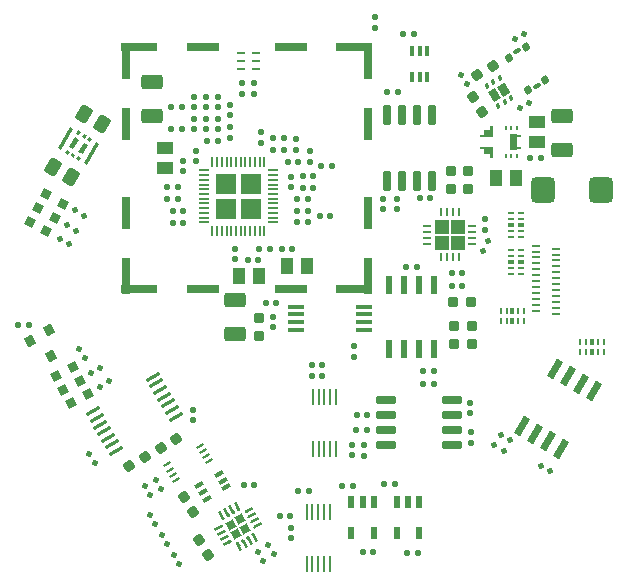
<source format=gtp>
G04*
G04 #@! TF.GenerationSoftware,Altium Limited,Altium Designer,20.1.11 (218)*
G04*
G04 Layer_Color=8421504*
%FSLAX24Y24*%
%MOIN*%
G70*
G04*
G04 #@! TF.SameCoordinates,6F335AB9-D6ED-48D2-8003-4388AB504266*
G04*
G04*
G04 #@! TF.FilePolarity,Positive*
G04*
G01*
G75*
%ADD19R,0.0453X0.0453*%
%ADD20P,0.0390X4X345.0*%
%ADD21P,0.0390X4X255.0*%
%ADD22R,0.0079X0.0118*%
%ADD23R,0.0222X0.0142*%
%ADD24R,0.0142X0.0222*%
%ADD25R,0.0689X0.0689*%
%ADD26R,0.0256X0.0098*%
G04:AMPARAMS|DCode=27|XSize=20mil|YSize=20mil|CornerRadius=6mil|HoleSize=0mil|Usage=FLASHONLY|Rotation=330.000|XOffset=0mil|YOffset=0mil|HoleType=Round|Shape=RoundedRectangle|*
%AMROUNDEDRECTD27*
21,1,0.0200,0.0080,0,0,330.0*
21,1,0.0080,0.0200,0,0,330.0*
1,1,0.0120,0.0015,-0.0055*
1,1,0.0120,-0.0055,-0.0015*
1,1,0.0120,-0.0015,0.0055*
1,1,0.0120,0.0055,0.0015*
%
%ADD27ROUNDEDRECTD27*%
G04:AMPARAMS|DCode=28|XSize=9.8mil|YSize=23.6mil|CornerRadius=1mil|HoleSize=0mil|Usage=FLASHONLY|Rotation=180.000|XOffset=0mil|YOffset=0mil|HoleType=Round|Shape=RoundedRectangle|*
%AMROUNDEDRECTD28*
21,1,0.0098,0.0217,0,0,180.0*
21,1,0.0079,0.0236,0,0,180.0*
1,1,0.0020,-0.0039,0.0108*
1,1,0.0020,0.0039,0.0108*
1,1,0.0020,0.0039,-0.0108*
1,1,0.0020,-0.0039,-0.0108*
%
%ADD28ROUNDEDRECTD28*%
G04:AMPARAMS|DCode=29|XSize=9.8mil|YSize=23.6mil|CornerRadius=1mil|HoleSize=0mil|Usage=FLASHONLY|Rotation=270.000|XOffset=0mil|YOffset=0mil|HoleType=Round|Shape=RoundedRectangle|*
%AMROUNDEDRECTD29*
21,1,0.0098,0.0217,0,0,270.0*
21,1,0.0079,0.0236,0,0,270.0*
1,1,0.0020,-0.0108,-0.0039*
1,1,0.0020,-0.0108,0.0039*
1,1,0.0020,0.0108,0.0039*
1,1,0.0020,0.0108,-0.0039*
%
%ADD29ROUNDEDRECTD29*%
G04:AMPARAMS|DCode=30|XSize=71mil|YSize=47mil|CornerRadius=8mil|HoleSize=0mil|Usage=FLASHONLY|Rotation=180.000|XOffset=0mil|YOffset=0mil|HoleType=Round|Shape=RoundedRectangle|*
%AMROUNDEDRECTD30*
21,1,0.0710,0.0310,0,0,180.0*
21,1,0.0550,0.0470,0,0,180.0*
1,1,0.0160,-0.0275,0.0155*
1,1,0.0160,0.0275,0.0155*
1,1,0.0160,0.0275,-0.0155*
1,1,0.0160,-0.0275,-0.0155*
%
%ADD30ROUNDEDRECTD30*%
G04:AMPARAMS|DCode=31|XSize=11.8mil|YSize=17.7mil|CornerRadius=1.2mil|HoleSize=0mil|Usage=FLASHONLY|Rotation=210.000|XOffset=0mil|YOffset=0mil|HoleType=Round|Shape=RoundedRectangle|*
%AMROUNDEDRECTD31*
21,1,0.0118,0.0154,0,0,210.0*
21,1,0.0094,0.0177,0,0,210.0*
1,1,0.0024,-0.0079,0.0043*
1,1,0.0024,0.0003,0.0090*
1,1,0.0024,0.0079,-0.0043*
1,1,0.0024,-0.0003,-0.0090*
%
%ADD31ROUNDEDRECTD31*%
G04:AMPARAMS|DCode=32|XSize=20mil|YSize=20mil|CornerRadius=6mil|HoleSize=0mil|Usage=FLASHONLY|Rotation=180.000|XOffset=0mil|YOffset=0mil|HoleType=Round|Shape=RoundedRectangle|*
%AMROUNDEDRECTD32*
21,1,0.0200,0.0080,0,0,180.0*
21,1,0.0080,0.0200,0,0,180.0*
1,1,0.0120,-0.0040,0.0040*
1,1,0.0120,0.0040,0.0040*
1,1,0.0120,0.0040,-0.0040*
1,1,0.0120,-0.0040,-0.0040*
%
%ADD32ROUNDEDRECTD32*%
G04:AMPARAMS|DCode=33|XSize=20mil|YSize=20mil|CornerRadius=6mil|HoleSize=0mil|Usage=FLASHONLY|Rotation=90.000|XOffset=0mil|YOffset=0mil|HoleType=Round|Shape=RoundedRectangle|*
%AMROUNDEDRECTD33*
21,1,0.0200,0.0080,0,0,90.0*
21,1,0.0080,0.0200,0,0,90.0*
1,1,0.0120,0.0040,0.0040*
1,1,0.0120,0.0040,-0.0040*
1,1,0.0120,-0.0040,-0.0040*
1,1,0.0120,-0.0040,0.0040*
%
%ADD33ROUNDEDRECTD33*%
%ADD34R,0.0315X0.1220*%
%ADD35R,0.1220X0.0315*%
%ADD36R,0.0315X0.1063*%
%ADD37R,0.1063X0.0315*%
G04:AMPARAMS|DCode=38|XSize=29.5mil|YSize=33.5mil|CornerRadius=0mil|HoleSize=0mil|Usage=FLASHONLY|Rotation=30.000|XOffset=0mil|YOffset=0mil|HoleType=Round|Shape=Rectangle|*
%AMROTATEDRECTD38*
4,1,4,-0.0044,-0.0219,-0.0212,0.0071,0.0044,0.0219,0.0212,-0.0071,-0.0044,-0.0219,0.0*
%
%ADD38ROTATEDRECTD38*%

G04:AMPARAMS|DCode=39|XSize=55mil|YSize=43mil|CornerRadius=8mil|HoleSize=0mil|Usage=FLASHONLY|Rotation=270.000|XOffset=0mil|YOffset=0mil|HoleType=Round|Shape=RoundedRectangle|*
%AMROUNDEDRECTD39*
21,1,0.0550,0.0271,0,0,270.0*
21,1,0.0391,0.0430,0,0,270.0*
1,1,0.0159,-0.0135,-0.0195*
1,1,0.0159,-0.0135,0.0195*
1,1,0.0159,0.0135,0.0195*
1,1,0.0159,0.0135,-0.0195*
%
%ADD39ROUNDEDRECTD39*%
G04:AMPARAMS|DCode=40|XSize=23.6mil|YSize=66.9mil|CornerRadius=2.9mil|HoleSize=0mil|Usage=FLASHONLY|Rotation=150.000|XOffset=0mil|YOffset=0mil|HoleType=Round|Shape=RoundedRectangle|*
%AMROUNDEDRECTD40*
21,1,0.0236,0.0612,0,0,150.0*
21,1,0.0179,0.0669,0,0,150.0*
1,1,0.0057,0.0075,0.0310*
1,1,0.0057,0.0231,0.0220*
1,1,0.0057,-0.0075,-0.0310*
1,1,0.0057,-0.0231,-0.0220*
%
%ADD40ROUNDEDRECTD40*%
G04:AMPARAMS|DCode=41|XSize=35mil|YSize=34mil|CornerRadius=6mil|HoleSize=0mil|Usage=FLASHONLY|Rotation=210.000|XOffset=0mil|YOffset=0mil|HoleType=Round|Shape=RoundedRectangle|*
%AMROUNDEDRECTD41*
21,1,0.0350,0.0221,0,0,210.0*
21,1,0.0231,0.0340,0,0,210.0*
1,1,0.0119,-0.0155,0.0038*
1,1,0.0119,0.0045,0.0153*
1,1,0.0119,0.0155,-0.0038*
1,1,0.0119,-0.0045,-0.0153*
%
%ADD41ROUNDEDRECTD41*%
G04:AMPARAMS|DCode=42|XSize=9.8mil|YSize=55.1mil|CornerRadius=0.8mil|HoleSize=0mil|Usage=FLASHONLY|Rotation=180.000|XOffset=0mil|YOffset=0mil|HoleType=Round|Shape=RoundedRectangle|*
%AMROUNDEDRECTD42*
21,1,0.0098,0.0535,0,0,180.0*
21,1,0.0083,0.0551,0,0,180.0*
1,1,0.0016,-0.0041,0.0268*
1,1,0.0016,0.0041,0.0268*
1,1,0.0016,0.0041,-0.0268*
1,1,0.0016,-0.0041,-0.0268*
%
%ADD42ROUNDEDRECTD42*%
G04:AMPARAMS|DCode=43|XSize=11.8mil|YSize=51.2mil|CornerRadius=0.4mil|HoleSize=0mil|Usage=FLASHONLY|Rotation=300.000|XOffset=0mil|YOffset=0mil|HoleType=Round|Shape=RoundedRectangle|*
%AMROUNDEDRECTD43*
21,1,0.0118,0.0504,0,0,300.0*
21,1,0.0110,0.0512,0,0,300.0*
1,1,0.0008,-0.0191,-0.0174*
1,1,0.0008,-0.0246,-0.0078*
1,1,0.0008,0.0191,0.0174*
1,1,0.0008,0.0246,0.0078*
%
%ADD43ROUNDEDRECTD43*%
G04:AMPARAMS|DCode=44|XSize=20mil|YSize=20mil|CornerRadius=6mil|HoleSize=0mil|Usage=FLASHONLY|Rotation=210.000|XOffset=0mil|YOffset=0mil|HoleType=Round|Shape=RoundedRectangle|*
%AMROUNDEDRECTD44*
21,1,0.0200,0.0080,0,0,210.0*
21,1,0.0080,0.0200,0,0,210.0*
1,1,0.0120,-0.0055,0.0015*
1,1,0.0120,0.0015,0.0055*
1,1,0.0120,0.0055,-0.0015*
1,1,0.0120,-0.0015,-0.0055*
%
%ADD44ROUNDEDRECTD44*%
G04:AMPARAMS|DCode=45|XSize=7.9mil|YSize=25.6mil|CornerRadius=0mil|HoleSize=0mil|Usage=FLASHONLY|Rotation=300.000|XOffset=0mil|YOffset=0mil|HoleType=Round|Shape=RoundedRectangle|*
%AMROUNDEDRECTD45*
21,1,0.0079,0.0256,0,0,300.0*
21,1,0.0079,0.0256,0,0,300.0*
1,1,0.0000,-0.0091,-0.0098*
1,1,0.0000,-0.0131,-0.0030*
1,1,0.0000,0.0091,0.0098*
1,1,0.0000,0.0131,0.0030*
%
%ADD45ROUNDEDRECTD45*%
G04:AMPARAMS|DCode=46|XSize=13.8mil|YSize=29.5mil|CornerRadius=0.6mil|HoleSize=0mil|Usage=FLASHONLY|Rotation=300.000|XOffset=0mil|YOffset=0mil|HoleType=Round|Shape=RoundedRectangle|*
%AMROUNDEDRECTD46*
21,1,0.0138,0.0283,0,0,300.0*
21,1,0.0126,0.0295,0,0,300.0*
1,1,0.0012,-0.0091,-0.0125*
1,1,0.0012,-0.0154,-0.0016*
1,1,0.0012,0.0091,0.0125*
1,1,0.0012,0.0154,0.0016*
%
%ADD46ROUNDEDRECTD46*%
G04:AMPARAMS|DCode=47|XSize=35mil|YSize=34mil|CornerRadius=6mil|HoleSize=0mil|Usage=FLASHONLY|Rotation=300.000|XOffset=0mil|YOffset=0mil|HoleType=Round|Shape=RoundedRectangle|*
%AMROUNDEDRECTD47*
21,1,0.0350,0.0221,0,0,300.0*
21,1,0.0231,0.0340,0,0,300.0*
1,1,0.0119,-0.0038,-0.0155*
1,1,0.0119,-0.0153,0.0045*
1,1,0.0119,0.0038,0.0155*
1,1,0.0119,0.0153,-0.0045*
%
%ADD47ROUNDEDRECTD47*%
G04:AMPARAMS|DCode=48|XSize=9.1mil|YSize=25.6mil|CornerRadius=0mil|HoleSize=0mil|Usage=FLASHONLY|Rotation=300.000|XOffset=0mil|YOffset=0mil|HoleType=Round|Shape=RoundedRectangle|*
%AMROUNDEDRECTD48*
21,1,0.0091,0.0256,0,0,300.0*
21,1,0.0091,0.0256,0,0,300.0*
1,1,0.0000,-0.0088,-0.0103*
1,1,0.0000,-0.0133,-0.0025*
1,1,0.0000,0.0088,0.0103*
1,1,0.0000,0.0133,0.0025*
%
%ADD48ROUNDEDRECTD48*%
G04:AMPARAMS|DCode=49|XSize=9.1mil|YSize=25.6mil|CornerRadius=0mil|HoleSize=0mil|Usage=FLASHONLY|Rotation=210.000|XOffset=0mil|YOffset=0mil|HoleType=Round|Shape=RoundedRectangle|*
%AMROUNDEDRECTD49*
21,1,0.0091,0.0256,0,0,210.0*
21,1,0.0091,0.0256,0,0,210.0*
1,1,0.0000,-0.0103,0.0088*
1,1,0.0000,-0.0025,0.0133*
1,1,0.0000,0.0103,-0.0088*
1,1,0.0000,0.0025,-0.0133*
%
%ADD49ROUNDEDRECTD49*%
G04:AMPARAMS|DCode=50|XSize=20mil|YSize=20mil|CornerRadius=6mil|HoleSize=0mil|Usage=FLASHONLY|Rotation=60.000|XOffset=0mil|YOffset=0mil|HoleType=Round|Shape=RoundedRectangle|*
%AMROUNDEDRECTD50*
21,1,0.0200,0.0080,0,0,60.0*
21,1,0.0080,0.0200,0,0,60.0*
1,1,0.0120,0.0055,0.0015*
1,1,0.0120,0.0015,-0.0055*
1,1,0.0120,-0.0055,-0.0015*
1,1,0.0120,-0.0015,0.0055*
%
%ADD50ROUNDEDRECTD50*%
%ADD51P,0.0418X4X105.0*%
G04:AMPARAMS|DCode=52|XSize=20mil|YSize=20mil|CornerRadius=6mil|HoleSize=0mil|Usage=FLASHONLY|Rotation=120.000|XOffset=0mil|YOffset=0mil|HoleType=Round|Shape=RoundedRectangle|*
%AMROUNDEDRECTD52*
21,1,0.0200,0.0080,0,0,120.0*
21,1,0.0080,0.0200,0,0,120.0*
1,1,0.0120,0.0015,0.0055*
1,1,0.0120,0.0055,-0.0015*
1,1,0.0120,-0.0015,-0.0055*
1,1,0.0120,-0.0055,0.0015*
%
%ADD52ROUNDEDRECTD52*%
G04:AMPARAMS|DCode=53|XSize=55mil|YSize=43mil|CornerRadius=8mil|HoleSize=0mil|Usage=FLASHONLY|Rotation=180.000|XOffset=0mil|YOffset=0mil|HoleType=Round|Shape=RoundedRectangle|*
%AMROUNDEDRECTD53*
21,1,0.0550,0.0271,0,0,180.0*
21,1,0.0391,0.0430,0,0,180.0*
1,1,0.0159,-0.0195,0.0135*
1,1,0.0159,0.0195,0.0135*
1,1,0.0159,0.0195,-0.0135*
1,1,0.0159,-0.0195,-0.0135*
%
%ADD53ROUNDEDRECTD53*%
G04:AMPARAMS|DCode=54|XSize=27.6mil|YSize=13.8mil|CornerRadius=1.4mil|HoleSize=0mil|Usage=FLASHONLY|Rotation=210.000|XOffset=0mil|YOffset=0mil|HoleType=Round|Shape=RoundedRectangle|*
%AMROUNDEDRECTD54*
21,1,0.0276,0.0110,0,0,210.0*
21,1,0.0248,0.0138,0,0,210.0*
1,1,0.0028,-0.0135,-0.0014*
1,1,0.0028,0.0080,0.0110*
1,1,0.0028,0.0135,0.0014*
1,1,0.0028,-0.0080,-0.0110*
%
%ADD54ROUNDEDRECTD54*%
G04:AMPARAMS|DCode=55|XSize=23.6mil|YSize=25.6mil|CornerRadius=2.4mil|HoleSize=0mil|Usage=FLASHONLY|Rotation=210.000|XOffset=0mil|YOffset=0mil|HoleType=Round|Shape=RoundedRectangle|*
%AMROUNDEDRECTD55*
21,1,0.0236,0.0209,0,0,210.0*
21,1,0.0189,0.0256,0,0,210.0*
1,1,0.0047,-0.0134,0.0043*
1,1,0.0047,0.0030,0.0138*
1,1,0.0047,0.0134,-0.0043*
1,1,0.0047,-0.0030,-0.0138*
%
%ADD55ROUNDEDRECTD55*%
%ADD56R,0.0089X0.0118*%
%ADD57R,0.0039X0.0118*%
G04:AMPARAMS|DCode=58|XSize=35mil|YSize=34mil|CornerRadius=6mil|HoleSize=0mil|Usage=FLASHONLY|Rotation=0.000|XOffset=0mil|YOffset=0mil|HoleType=Round|Shape=RoundedRectangle|*
%AMROUNDEDRECTD58*
21,1,0.0350,0.0221,0,0,0.0*
21,1,0.0231,0.0340,0,0,0.0*
1,1,0.0119,0.0116,-0.0111*
1,1,0.0119,-0.0116,-0.0111*
1,1,0.0119,-0.0116,0.0111*
1,1,0.0119,0.0116,0.0111*
%
%ADD58ROUNDEDRECTD58*%
G04:AMPARAMS|DCode=59|XSize=19.7mil|YSize=37.4mil|CornerRadius=1.2mil|HoleSize=0mil|Usage=FLASHONLY|Rotation=0.000|XOffset=0mil|YOffset=0mil|HoleType=Round|Shape=RoundedRectangle|*
%AMROUNDEDRECTD59*
21,1,0.0197,0.0350,0,0,0.0*
21,1,0.0173,0.0374,0,0,0.0*
1,1,0.0024,0.0087,-0.0175*
1,1,0.0024,-0.0087,-0.0175*
1,1,0.0024,-0.0087,0.0175*
1,1,0.0024,0.0087,0.0175*
%
%ADD59ROUNDEDRECTD59*%
G04:AMPARAMS|DCode=60|XSize=35mil|YSize=34mil|CornerRadius=6mil|HoleSize=0mil|Usage=FLASHONLY|Rotation=90.000|XOffset=0mil|YOffset=0mil|HoleType=Round|Shape=RoundedRectangle|*
%AMROUNDEDRECTD60*
21,1,0.0350,0.0221,0,0,90.0*
21,1,0.0231,0.0340,0,0,90.0*
1,1,0.0119,0.0111,0.0116*
1,1,0.0119,0.0111,-0.0116*
1,1,0.0119,-0.0111,-0.0116*
1,1,0.0119,-0.0111,0.0116*
%
%ADD60ROUNDEDRECTD60*%
G04:AMPARAMS|DCode=61|XSize=21.7mil|YSize=61mil|CornerRadius=1.4mil|HoleSize=0mil|Usage=FLASHONLY|Rotation=0.000|XOffset=0mil|YOffset=0mil|HoleType=Round|Shape=RoundedRectangle|*
%AMROUNDEDRECTD61*
21,1,0.0217,0.0583,0,0,0.0*
21,1,0.0189,0.0610,0,0,0.0*
1,1,0.0028,0.0094,-0.0291*
1,1,0.0028,-0.0094,-0.0291*
1,1,0.0028,-0.0094,0.0291*
1,1,0.0028,0.0094,0.0291*
%
%ADD61ROUNDEDRECTD61*%
G04:AMPARAMS|DCode=62|XSize=13.8mil|YSize=33.5mil|CornerRadius=0mil|HoleSize=0mil|Usage=FLASHONLY|Rotation=180.000|XOffset=0mil|YOffset=0mil|HoleType=Round|Shape=RoundedRectangle|*
%AMROUNDEDRECTD62*
21,1,0.0138,0.0335,0,0,180.0*
21,1,0.0138,0.0335,0,0,180.0*
1,1,0.0000,-0.0069,0.0167*
1,1,0.0000,0.0069,0.0167*
1,1,0.0000,0.0069,-0.0167*
1,1,0.0000,-0.0069,-0.0167*
%
%ADD62ROUNDEDRECTD62*%
G04:AMPARAMS|DCode=63|XSize=23.6mil|YSize=66.9mil|CornerRadius=2.9mil|HoleSize=0mil|Usage=FLASHONLY|Rotation=180.000|XOffset=0mil|YOffset=0mil|HoleType=Round|Shape=RoundedRectangle|*
%AMROUNDEDRECTD63*
21,1,0.0236,0.0612,0,0,180.0*
21,1,0.0179,0.0669,0,0,180.0*
1,1,0.0057,-0.0090,0.0306*
1,1,0.0057,0.0090,0.0306*
1,1,0.0057,0.0090,-0.0306*
1,1,0.0057,-0.0090,-0.0306*
%
%ADD63ROUNDEDRECTD63*%
G04:AMPARAMS|DCode=64|XSize=7.9mil|YSize=22.2mil|CornerRadius=1.2mil|HoleSize=0mil|Usage=FLASHONLY|Rotation=270.000|XOffset=0mil|YOffset=0mil|HoleType=Round|Shape=RoundedRectangle|*
%AMROUNDEDRECTD64*
21,1,0.0079,0.0199,0,0,270.0*
21,1,0.0055,0.0222,0,0,270.0*
1,1,0.0024,-0.0099,-0.0028*
1,1,0.0024,-0.0099,0.0028*
1,1,0.0024,0.0099,0.0028*
1,1,0.0024,0.0099,-0.0028*
%
%ADD64ROUNDEDRECTD64*%
G04:AMPARAMS|DCode=65|XSize=7.9mil|YSize=22.2mil|CornerRadius=1.2mil|HoleSize=0mil|Usage=FLASHONLY|Rotation=0.000|XOffset=0mil|YOffset=0mil|HoleType=Round|Shape=RoundedRectangle|*
%AMROUNDEDRECTD65*
21,1,0.0079,0.0199,0,0,0.0*
21,1,0.0055,0.0222,0,0,0.0*
1,1,0.0024,0.0028,-0.0099*
1,1,0.0024,-0.0028,-0.0099*
1,1,0.0024,-0.0028,0.0099*
1,1,0.0024,0.0028,0.0099*
%
%ADD65ROUNDEDRECTD65*%
G04:AMPARAMS|DCode=66|XSize=87mil|YSize=83.1mil|CornerRadius=20.3mil|HoleSize=0mil|Usage=FLASHONLY|Rotation=90.000|XOffset=0mil|YOffset=0mil|HoleType=Round|Shape=RoundedRectangle|*
%AMROUNDEDRECTD66*
21,1,0.0870,0.0425,0,0,90.0*
21,1,0.0465,0.0831,0,0,90.0*
1,1,0.0406,0.0213,0.0232*
1,1,0.0406,0.0213,-0.0232*
1,1,0.0406,-0.0213,-0.0232*
1,1,0.0406,-0.0213,0.0232*
%
%ADD66ROUNDEDRECTD66*%
%ADD67P,0.0418X4X165.0*%
G04:AMPARAMS|DCode=68|XSize=55mil|YSize=43mil|CornerRadius=8mil|HoleSize=0mil|Usage=FLASHONLY|Rotation=60.000|XOffset=0mil|YOffset=0mil|HoleType=Round|Shape=RoundedRectangle|*
%AMROUNDEDRECTD68*
21,1,0.0550,0.0271,0,0,60.0*
21,1,0.0391,0.0430,0,0,60.0*
1,1,0.0159,0.0215,0.0102*
1,1,0.0159,0.0020,-0.0237*
1,1,0.0159,-0.0215,-0.0102*
1,1,0.0159,-0.0020,0.0237*
%
%ADD68ROUNDEDRECTD68*%
G04:AMPARAMS|DCode=69|XSize=13.8mil|YSize=55.1mil|CornerRadius=0mil|HoleSize=0mil|Usage=FLASHONLY|Rotation=270.000|XOffset=0mil|YOffset=0mil|HoleType=Round|Shape=RoundedRectangle|*
%AMROUNDEDRECTD69*
21,1,0.0138,0.0551,0,0,270.0*
21,1,0.0138,0.0551,0,0,270.0*
1,1,0.0000,-0.0276,-0.0069*
1,1,0.0000,-0.0276,0.0069*
1,1,0.0000,0.0276,0.0069*
1,1,0.0000,0.0276,-0.0069*
%
%ADD69ROUNDEDRECTD69*%
G04:AMPARAMS|DCode=70|XSize=23.6mil|YSize=66.9mil|CornerRadius=2.9mil|HoleSize=0mil|Usage=FLASHONLY|Rotation=270.000|XOffset=0mil|YOffset=0mil|HoleType=Round|Shape=RoundedRectangle|*
%AMROUNDEDRECTD70*
21,1,0.0236,0.0612,0,0,270.0*
21,1,0.0179,0.0669,0,0,270.0*
1,1,0.0057,-0.0306,-0.0090*
1,1,0.0057,-0.0306,0.0090*
1,1,0.0057,0.0306,0.0090*
1,1,0.0057,0.0306,-0.0090*
%
%ADD70ROUNDEDRECTD70*%
G04:AMPARAMS|DCode=71|XSize=29.5mil|YSize=9.8mil|CornerRadius=0.2mil|HoleSize=0mil|Usage=FLASHONLY|Rotation=0.000|XOffset=0mil|YOffset=0mil|HoleType=Round|Shape=RoundedRectangle|*
%AMROUNDEDRECTD71*
21,1,0.0295,0.0094,0,0,0.0*
21,1,0.0291,0.0098,0,0,0.0*
1,1,0.0004,0.0146,-0.0047*
1,1,0.0004,-0.0146,-0.0047*
1,1,0.0004,-0.0146,0.0047*
1,1,0.0004,0.0146,0.0047*
%
%ADD71ROUNDEDRECTD71*%
G04:AMPARAMS|DCode=72|XSize=35.4mil|YSize=6.7mil|CornerRadius=0mil|HoleSize=0mil|Usage=FLASHONLY|Rotation=180.000|XOffset=0mil|YOffset=0mil|HoleType=Round|Shape=RoundedRectangle|*
%AMROUNDEDRECTD72*
21,1,0.0354,0.0067,0,0,180.0*
21,1,0.0354,0.0067,0,0,180.0*
1,1,0.0000,-0.0177,0.0033*
1,1,0.0000,0.0177,0.0033*
1,1,0.0000,0.0177,-0.0033*
1,1,0.0000,-0.0177,-0.0033*
%
%ADD72ROUNDEDRECTD72*%
G04:AMPARAMS|DCode=73|XSize=35.4mil|YSize=6.7mil|CornerRadius=0mil|HoleSize=0mil|Usage=FLASHONLY|Rotation=270.000|XOffset=0mil|YOffset=0mil|HoleType=Round|Shape=RoundedRectangle|*
%AMROUNDEDRECTD73*
21,1,0.0354,0.0067,0,0,270.0*
21,1,0.0354,0.0067,0,0,270.0*
1,1,0.0000,-0.0033,-0.0177*
1,1,0.0000,-0.0033,0.0177*
1,1,0.0000,0.0033,0.0177*
1,1,0.0000,0.0033,-0.0177*
%
%ADD73ROUNDEDRECTD73*%
G36*
X5981Y6516D02*
X5988Y6511D01*
X5990Y6508D01*
X6166Y6201D01*
X6166Y6201D01*
X6168Y6198D01*
X6169Y6190D01*
X6167Y6182D01*
X6162Y6176D01*
X6159Y6174D01*
X5938Y6046D01*
X5741Y6387D01*
X5962Y6515D01*
X5962Y6515D01*
X5966Y6517D01*
X5974Y6518D01*
X5981Y6516D01*
D02*
G37*
G36*
X5869Y6007D02*
X5648Y5879D01*
X5648Y5879D01*
X5644Y5877D01*
X5637Y5876D01*
X5629Y5878D01*
X5623Y5883D01*
X5621Y5886D01*
X5444Y6193D01*
Y6193D01*
X5442Y6196D01*
X5441Y6204D01*
X5443Y6212D01*
X5448Y6218D01*
X5451Y6220D01*
X5673Y6348D01*
X5869Y6007D01*
D02*
G37*
G36*
X-8129Y4864D02*
X-8188Y4762D01*
X-8291Y4821D01*
X-8232Y4923D01*
X-8129Y4864D01*
D02*
G37*
G36*
X5588Y4728D02*
Y4724D01*
X5585Y4716D01*
X5580Y4711D01*
X5573Y4708D01*
X5569D01*
X5185Y4708D01*
Y4777D01*
X5283D01*
X5287Y4777D01*
X5294Y4780D01*
X5300Y4786D01*
X5303Y4793D01*
X5303Y4796D01*
X5303Y4797D01*
X5303Y4954D01*
X5490D01*
X5494Y4954D01*
X5501Y4957D01*
X5506Y4963D01*
X5509Y4970D01*
X5510Y4974D01*
X5510Y4974D01*
X5510Y5072D01*
X5588D01*
X5588Y4728D01*
D02*
G37*
G36*
X-7942Y4756D02*
X-8001Y4654D01*
X-8103Y4713D01*
X-8044Y4815D01*
X-7942Y4756D01*
D02*
G37*
G36*
X-7754Y4648D02*
X-7813Y4545D01*
X-7916Y4604D01*
X-7857Y4707D01*
X-7754Y4648D01*
D02*
G37*
G36*
X-8206Y4613D02*
X-8383Y4306D01*
X-8520Y4385D01*
X-8343Y4692D01*
X-8206Y4613D01*
D02*
G37*
G36*
X-8383Y4977D02*
X-8786Y4278D01*
X-8897Y4342D01*
X-8494Y5041D01*
X-8383Y4977D01*
D02*
G37*
G36*
X6406Y4797D02*
X6406Y4793D01*
X6409Y4786D01*
X6414Y4780D01*
X6421Y4777D01*
X6425Y4777D01*
X6524D01*
Y4698D01*
X6425D01*
X6421Y4698D01*
X6414Y4695D01*
X6409Y4689D01*
X6406Y4682D01*
X6406Y4679D01*
Y4403D01*
X6406Y4399D01*
X6409Y4392D01*
X6414Y4387D01*
X6421Y4384D01*
X6425Y4383D01*
X6524D01*
Y4305D01*
X6425D01*
X6425Y4305D01*
X6421Y4304D01*
X6414Y4301D01*
X6409Y4296D01*
X6406Y4289D01*
X6406Y4285D01*
X6406Y4265D01*
X6169D01*
X6169Y4816D01*
X6406D01*
Y4797D01*
D02*
G37*
G36*
X-7899Y4436D02*
X-8077Y4129D01*
X-8213Y4208D01*
X-8036Y4515D01*
X-7899Y4436D01*
D02*
G37*
G36*
X-8503Y4216D02*
X-8562Y4114D01*
X-8665Y4173D01*
X-8606Y4276D01*
X-8503Y4216D01*
D02*
G37*
G36*
X5580Y4371D02*
X5586Y4365D01*
X5589Y4358D01*
Y4354D01*
X5589Y4009D01*
X5510D01*
X5510Y4108D01*
X5510Y4108D01*
X5509Y4112D01*
X5506Y4119D01*
X5501Y4124D01*
X5494Y4127D01*
X5490Y4127D01*
X5303Y4127D01*
X5303Y4285D01*
X5303Y4285D01*
X5303Y4289D01*
X5300Y4296D01*
X5294Y4301D01*
X5287Y4304D01*
X5283Y4305D01*
X5185Y4305D01*
X5185Y4374D01*
X5569Y4374D01*
X5573D01*
X5580Y4371D01*
D02*
G37*
G36*
X-8316Y4108D02*
X-8375Y4006D01*
X-8477Y4065D01*
X-8418Y4167D01*
X-8316Y4108D01*
D02*
G37*
G36*
X-8128Y4000D02*
X-8187Y3898D01*
X-8290Y3957D01*
X-8231Y4059D01*
X-8128Y4000D01*
D02*
G37*
G36*
X-7522Y4479D02*
X-7925Y3781D01*
X-8036Y3844D01*
X-7633Y4543D01*
X-7522Y4479D01*
D02*
G37*
G36*
X-2837Y-7703D02*
X-2837Y-7703D01*
X-2837Y-7703D01*
X-2835Y-7707D01*
X-2832Y-7715D01*
X-2831Y-7724D01*
X-2831Y-7733D01*
X-2834Y-7741D01*
X-2838Y-7749D01*
X-2843Y-7756D01*
X-2850Y-7762D01*
X-2857Y-7767D01*
X-2866Y-7770D01*
X-2875Y-7771D01*
X-2884Y-7770D01*
X-2892Y-7768D01*
X-2900Y-7764D01*
X-2907Y-7758D01*
X-2913Y-7752D01*
X-2915Y-7748D01*
X-2979Y-7637D01*
X-2901Y-7592D01*
X-2837Y-7703D01*
D02*
G37*
G36*
X-2501Y-7765D02*
X-2612Y-7829D01*
X-2612Y-7829D01*
X-2612Y-7829D01*
X-2616Y-7832D01*
X-2624Y-7834D01*
X-2633Y-7836D01*
X-2642Y-7835D01*
X-2650Y-7833D01*
X-2658Y-7829D01*
X-2665Y-7823D01*
X-2671Y-7817D01*
X-2676Y-7809D01*
X-2678Y-7800D01*
X-2680Y-7792D01*
X-2679Y-7783D01*
X-2677Y-7774D01*
X-2673Y-7766D01*
X-2667Y-7759D01*
X-2661Y-7753D01*
X-2657Y-7751D01*
X-2546Y-7687D01*
X-2501Y-7765D01*
D02*
G37*
G36*
X-3008Y-7801D02*
X-3008Y-7801D01*
X-3005Y-7805D01*
X-3002Y-7813D01*
X-3001Y-7822D01*
X-3002Y-7831D01*
X-3004Y-7840D01*
X-3008Y-7848D01*
X-3014Y-7855D01*
X-3020Y-7861D01*
X-3028Y-7865D01*
X-3036Y-7868D01*
X-3045Y-7869D01*
X-3054Y-7869D01*
X-3063Y-7866D01*
X-3071Y-7862D01*
X-3078Y-7857D01*
X-3084Y-7850D01*
X-3086Y-7846D01*
X-3150Y-7736D01*
X-3072Y-7690D01*
X-3008Y-7801D01*
D02*
G37*
G36*
X-3178Y-7900D02*
X-3178Y-7900D01*
X-3176Y-7903D01*
X-3173Y-7912D01*
X-3172Y-7921D01*
X-3172Y-7930D01*
X-3175Y-7938D01*
X-3179Y-7946D01*
X-3184Y-7953D01*
X-3191Y-7959D01*
X-3198Y-7964D01*
X-3207Y-7966D01*
X-3216Y-7968D01*
X-3225Y-7967D01*
X-3233Y-7965D01*
X-3241Y-7961D01*
X-3248Y-7955D01*
X-3254Y-7949D01*
X-3256Y-7945D01*
X-3320Y-7834D01*
X-3242Y-7789D01*
X-3178Y-7900D01*
D02*
G37*
G36*
X-2402Y-7936D02*
X-2513Y-8000D01*
X-2513Y-8000D01*
X-2517Y-8002D01*
X-2526Y-8005D01*
X-2534Y-8006D01*
X-2543Y-8005D01*
X-2552Y-8003D01*
X-2560Y-7999D01*
X-2567Y-7994D01*
X-2573Y-7987D01*
X-2577Y-7979D01*
X-2580Y-7971D01*
X-2581Y-7962D01*
X-2581Y-7953D01*
X-2578Y-7945D01*
X-2574Y-7937D01*
X-2569Y-7930D01*
X-2562Y-7924D01*
X-2558Y-7922D01*
X-2448Y-7858D01*
X-2402Y-7936D01*
D02*
G37*
G36*
X-3349Y-7998D02*
X-3349Y-7998D01*
X-3349Y-7998D01*
X-3346Y-8002D01*
X-3343Y-8010D01*
X-3342Y-8019D01*
X-3343Y-8028D01*
X-3345Y-8037D01*
X-3349Y-8045D01*
X-3355Y-8052D01*
X-3361Y-8058D01*
X-3369Y-8062D01*
X-3377Y-8065D01*
X-3386Y-8066D01*
X-3395Y-8065D01*
X-3404Y-8063D01*
X-3412Y-8059D01*
X-3419Y-8054D01*
X-3425Y-8047D01*
X-3427Y-8043D01*
X-3491Y-7932D01*
X-3412Y-7887D01*
X-3349Y-7998D01*
D02*
G37*
G36*
X-2304Y-8106D02*
X-2415Y-8170D01*
X-2415Y-8170D01*
X-2419Y-8172D01*
X-2427Y-8175D01*
X-2436Y-8177D01*
X-2445Y-8176D01*
X-2453Y-8174D01*
X-2461Y-8170D01*
X-2468Y-8164D01*
X-2474Y-8158D01*
X-2479Y-8150D01*
X-2482Y-8141D01*
X-2483Y-8133D01*
X-2482Y-8124D01*
X-2480Y-8115D01*
X-2476Y-8107D01*
X-2471Y-8100D01*
X-2464Y-8094D01*
X-2460Y-8092D01*
X-2349Y-8028D01*
X-2304Y-8106D01*
D02*
G37*
G36*
X-2206Y-8277D02*
X-2316Y-8341D01*
X-2316Y-8341D01*
X-2316Y-8341D01*
X-2320Y-8343D01*
X-2329Y-8346D01*
X-2337Y-8347D01*
X-2346Y-8346D01*
X-2355Y-8344D01*
X-2363Y-8340D01*
X-2370Y-8335D01*
X-2376Y-8328D01*
X-2380Y-8320D01*
X-2383Y-8312D01*
X-2384Y-8303D01*
X-2384Y-8294D01*
X-2381Y-8286D01*
X-2378Y-8278D01*
X-2372Y-8271D01*
X-2365Y-8265D01*
X-2362Y-8262D01*
X-2251Y-8199D01*
X-2206Y-8277D01*
D02*
G37*
G36*
X-3445Y-8218D02*
X-3437Y-8220D01*
X-3429Y-8224D01*
X-3421Y-8229D01*
X-3416Y-8236D01*
X-3411Y-8244D01*
X-3408Y-8252D01*
X-3407Y-8261D01*
X-3408Y-8270D01*
X-3410Y-8279D01*
X-3414Y-8287D01*
X-3419Y-8294D01*
X-3426Y-8299D01*
X-3430Y-8302D01*
X-3541Y-8366D01*
X-3586Y-8287D01*
X-3475Y-8223D01*
X-3475Y-8223D01*
X-3471Y-8221D01*
X-3463Y-8218D01*
X-3454Y-8217D01*
X-3445Y-8218D01*
D02*
G37*
G36*
X-3347Y-8388D02*
X-3338Y-8391D01*
X-3330Y-8394D01*
X-3323Y-8400D01*
X-3317Y-8407D01*
X-3313Y-8414D01*
X-3310Y-8423D01*
X-3309Y-8432D01*
X-3309Y-8440D01*
X-3312Y-8449D01*
X-3316Y-8457D01*
X-3321Y-8464D01*
X-3328Y-8470D01*
X-3331Y-8472D01*
X-3442Y-8536D01*
X-3487Y-8458D01*
X-3377Y-8394D01*
X-3377Y-8394D01*
X-3377Y-8394D01*
X-3373Y-8392D01*
X-3364Y-8389D01*
X-3356Y-8388D01*
X-3347Y-8388D01*
D02*
G37*
G36*
X-2396Y-8499D02*
X-2388Y-8501D01*
X-2380Y-8505D01*
X-2373Y-8510D01*
X-2367Y-8517D01*
X-2365Y-8521D01*
X-2301Y-8632D01*
X-2379Y-8677D01*
X-2443Y-8566D01*
X-2443Y-8566D01*
X-2443Y-8566D01*
X-2445Y-8562D01*
X-2448Y-8554D01*
X-2449Y-8545D01*
X-2449Y-8536D01*
X-2446Y-8528D01*
X-2442Y-8520D01*
X-2437Y-8513D01*
X-2430Y-8507D01*
X-2423Y-8502D01*
X-2414Y-8499D01*
X-2405Y-8498D01*
X-2396Y-8499D01*
D02*
G37*
G36*
X-3248Y-8559D02*
X-3240Y-8561D01*
X-3232Y-8565D01*
X-3225Y-8570D01*
X-3219Y-8577D01*
X-3214Y-8585D01*
X-3211Y-8593D01*
X-3210Y-8602D01*
X-3211Y-8611D01*
X-3213Y-8620D01*
X-3217Y-8628D01*
X-3223Y-8635D01*
X-3229Y-8640D01*
X-3233Y-8643D01*
X-3344Y-8707D01*
X-3389Y-8628D01*
X-3278Y-8564D01*
X-3278Y-8564D01*
X-3278Y-8564D01*
X-3274Y-8562D01*
X-3266Y-8559D01*
X-3257Y-8558D01*
X-3248Y-8559D01*
D02*
G37*
G36*
X-2567Y-8597D02*
X-2558Y-8600D01*
X-2550Y-8603D01*
X-2543Y-8609D01*
X-2537Y-8616D01*
X-2535Y-8619D01*
X-2471Y-8730D01*
X-2549Y-8775D01*
X-2613Y-8665D01*
X-2613Y-8665D01*
X-2616Y-8661D01*
X-2619Y-8652D01*
X-2620Y-8643D01*
X-2619Y-8635D01*
X-2617Y-8626D01*
X-2613Y-8618D01*
X-2607Y-8611D01*
X-2601Y-8605D01*
X-2593Y-8601D01*
X-2585Y-8598D01*
X-2576Y-8597D01*
X-2567Y-8597D01*
D02*
G37*
G36*
X-2737Y-8696D02*
X-2729Y-8698D01*
X-2721Y-8702D01*
X-2714Y-8707D01*
X-2708Y-8714D01*
X-2706Y-8718D01*
X-2642Y-8829D01*
X-2720Y-8874D01*
X-2784Y-8763D01*
X-2784Y-8763D01*
X-2784Y-8763D01*
X-2786Y-8759D01*
X-2789Y-8751D01*
X-2790Y-8742D01*
X-2790Y-8733D01*
X-2787Y-8724D01*
X-2783Y-8716D01*
X-2778Y-8709D01*
X-2771Y-8704D01*
X-2764Y-8699D01*
X-2755Y-8696D01*
X-2746Y-8695D01*
X-2737Y-8696D01*
D02*
G37*
G36*
X-3150Y-8729D02*
X-3141Y-8732D01*
X-3133Y-8735D01*
X-3126Y-8741D01*
X-3120Y-8748D01*
X-3116Y-8755D01*
X-3113Y-8764D01*
X-3112Y-8773D01*
X-3112Y-8781D01*
X-3115Y-8790D01*
X-3119Y-8798D01*
X-3124Y-8805D01*
X-3131Y-8811D01*
X-3135Y-8813D01*
X-3245Y-8877D01*
X-3291Y-8799D01*
X-3180Y-8735D01*
X-3180Y-8735D01*
X-3176Y-8733D01*
X-3168Y-8730D01*
X-3159Y-8729D01*
X-3150Y-8729D01*
D02*
G37*
G36*
X-2908Y-8794D02*
X-2899Y-8796D01*
X-2891Y-8800D01*
X-2884Y-8806D01*
X-2878Y-8812D01*
X-2876Y-8816D01*
X-2812Y-8927D01*
X-2890Y-8972D01*
X-2954Y-8861D01*
X-2954Y-8861D01*
X-2954Y-8861D01*
X-2957Y-8858D01*
X-2959Y-8849D01*
X-2961Y-8840D01*
X-2960Y-8831D01*
X-2958Y-8823D01*
X-2954Y-8815D01*
X-2948Y-8808D01*
X-2942Y-8802D01*
X-2934Y-8797D01*
X-2926Y-8795D01*
X-2917Y-8793D01*
X-2908Y-8794D01*
D02*
G37*
D19*
X4429Y1181D02*
D03*
X4429Y1713D02*
D03*
X3898Y1713D02*
D03*
X3898Y1181D02*
D03*
D20*
X-2831Y-8040D02*
D03*
X-2961Y-8524D02*
D03*
D21*
X-2654Y-8347D02*
D03*
X-3138Y-8217D02*
D03*
D22*
X6209Y5013D02*
D03*
X6209Y4068D02*
D03*
D23*
X6542Y1777D02*
D03*
X6214Y1777D02*
D03*
X6539Y529D02*
D03*
X6210Y529D02*
D03*
D24*
X6252Y-1095D02*
D03*
X6252Y-1423D02*
D03*
X8896Y-2461D02*
D03*
X8896Y-2132D02*
D03*
D25*
X-3298Y3139D02*
D03*
X-2471D02*
D03*
Y2312D02*
D03*
X-3298D02*
D03*
D26*
X7693Y0D02*
D03*
X7693Y787D02*
D03*
X7693Y-787D02*
D03*
X7693Y984D02*
D03*
X7693Y197D02*
D03*
X7693Y394D02*
D03*
X7693Y591D02*
D03*
X7693Y-591D02*
D03*
Y-394D02*
D03*
Y-197D02*
D03*
X7693Y-1181D02*
D03*
Y-984D02*
D03*
X7024Y886D02*
D03*
Y1083D02*
D03*
X7024Y98D02*
D03*
X7024Y689D02*
D03*
Y492D02*
D03*
X7024Y295D02*
D03*
Y-98D02*
D03*
X7024Y-295D02*
D03*
Y-492D02*
D03*
X7024Y-689D02*
D03*
X7024Y-1083D02*
D03*
X7024Y-886D02*
D03*
D27*
X5448Y1225D02*
D03*
X5273Y921D02*
D03*
D28*
X4459Y699D02*
D03*
X4262Y699D02*
D03*
X4065D02*
D03*
X3868Y699D02*
D03*
Y2195D02*
D03*
X4065D02*
D03*
X4262D02*
D03*
X4459D02*
D03*
D29*
X3415Y1152D02*
D03*
Y1348D02*
D03*
Y1545D02*
D03*
Y1742D02*
D03*
X4911D02*
D03*
Y1545D02*
D03*
Y1348D02*
D03*
Y1152D02*
D03*
D30*
X-2989Y-715D02*
D03*
Y-1855D02*
D03*
X7916Y5420D02*
D03*
Y4280D02*
D03*
X-5763Y6528D02*
D03*
Y5388D02*
D03*
D31*
X5775Y5737D02*
D03*
X5997Y5865D02*
D03*
X6219Y5993D02*
D03*
X5392Y6402D02*
D03*
X5613Y6529D02*
D03*
X5835Y6657D02*
D03*
D32*
X-4411Y-4380D02*
D03*
Y-4730D02*
D03*
X1948Y2644D02*
D03*
Y2294D02*
D03*
X2400Y2644D02*
D03*
Y2294D02*
D03*
X-1122Y-8674D02*
D03*
Y-8324D02*
D03*
X5325Y1616D02*
D03*
Y1966D02*
D03*
X912Y-5559D02*
D03*
Y-5909D02*
D03*
X1318Y-5563D02*
D03*
Y-5913D02*
D03*
X4840Y-4507D02*
D03*
Y-4157D02*
D03*
X4862Y-5490D02*
D03*
Y-5140D02*
D03*
X1678Y8352D02*
D03*
Y8702D02*
D03*
X-1729Y-1283D02*
D03*
X-1729Y-1633D02*
D03*
X979Y-2624D02*
D03*
X979Y-2274D02*
D03*
X-953Y4623D02*
D03*
Y4273D02*
D03*
X-2141Y4515D02*
D03*
X-2141Y4865D02*
D03*
X-3162Y4677D02*
D03*
Y5027D02*
D03*
X-3160Y5426D02*
D03*
Y5776D02*
D03*
X-3566Y5310D02*
D03*
Y4960D02*
D03*
X-3968Y5310D02*
D03*
X-3968Y4960D02*
D03*
X-3572Y5692D02*
D03*
Y6042D02*
D03*
X-3971Y5692D02*
D03*
X-3971Y6042D02*
D03*
X-4369Y5310D02*
D03*
Y4960D02*
D03*
Y5692D02*
D03*
Y6042D02*
D03*
X-2779Y6151D02*
D03*
Y6501D02*
D03*
X-2363Y6151D02*
D03*
Y6501D02*
D03*
X-4716Y3565D02*
D03*
Y3915D02*
D03*
X-4303Y3900D02*
D03*
Y4250D02*
D03*
X-1130Y3387D02*
D03*
X-1130Y3037D02*
D03*
X-496Y3879D02*
D03*
Y4229D02*
D03*
X-2995Y986D02*
D03*
Y636D02*
D03*
D33*
X7188Y3989D02*
D03*
X6838D02*
D03*
X-10221Y-1563D02*
D03*
X-9871D02*
D03*
X2335Y-6873D02*
D03*
X1985D02*
D03*
X937Y-6923D02*
D03*
X587Y-6923D02*
D03*
X-442Y-3271D02*
D03*
X-92D02*
D03*
X-442Y-2892D02*
D03*
X-92D02*
D03*
X-1500Y-7923D02*
D03*
X-1150D02*
D03*
X-2702Y-6892D02*
D03*
X-2352D02*
D03*
X-885Y-7108D02*
D03*
X-535D02*
D03*
X4234Y-260D02*
D03*
X4584D02*
D03*
X4231Y175D02*
D03*
X4581D02*
D03*
X3099Y-9161D02*
D03*
X2749Y-9161D02*
D03*
X1612Y-9135D02*
D03*
X1262Y-9135D02*
D03*
X1045Y-5055D02*
D03*
X1395Y-5055D02*
D03*
X1065Y-4563D02*
D03*
X1415D02*
D03*
X3627Y-3110D02*
D03*
X3277D02*
D03*
X3627Y-3513D02*
D03*
X3277D02*
D03*
X2709Y384D02*
D03*
X3059D02*
D03*
X2615Y8132D02*
D03*
X2965D02*
D03*
X2079Y6216D02*
D03*
X2429D02*
D03*
X3512Y2657D02*
D03*
X3162D02*
D03*
X-1617Y-820D02*
D03*
X-1967Y-820D02*
D03*
X-392Y3389D02*
D03*
X-742Y3389D02*
D03*
X-1721Y4271D02*
D03*
X-1371D02*
D03*
X-1371Y4675D02*
D03*
X-1721D02*
D03*
X-1443Y983D02*
D03*
X-1093D02*
D03*
X-5077Y1830D02*
D03*
X-4727Y1830D02*
D03*
X-5252Y2645D02*
D03*
X-4902D02*
D03*
X-5115Y4968D02*
D03*
X-4765D02*
D03*
X-5118Y5700D02*
D03*
X-4768D02*
D03*
X-3566Y4575D02*
D03*
X-3916D02*
D03*
X-571Y1857D02*
D03*
X-921Y1857D02*
D03*
X-739Y3006D02*
D03*
X-389D02*
D03*
X-1241Y3874D02*
D03*
X-891D02*
D03*
X-113Y3751D02*
D03*
X237D02*
D03*
X-924Y2646D02*
D03*
X-574D02*
D03*
X-924Y2246D02*
D03*
X-574D02*
D03*
X174Y2069D02*
D03*
X-176D02*
D03*
X-1834Y983D02*
D03*
X-2184D02*
D03*
X-5258Y3027D02*
D03*
X-4908D02*
D03*
X-4727Y2236D02*
D03*
X-5077D02*
D03*
X-2575Y594D02*
D03*
X-2225Y594D02*
D03*
D34*
X1437Y79D02*
D03*
X-6634D02*
D03*
Y7244D02*
D03*
X1437D02*
D03*
D35*
X984Y-374D02*
D03*
X-6181D02*
D03*
Y7697D02*
D03*
X984D02*
D03*
D36*
X1437Y2185D02*
D03*
X-6634Y2185D02*
D03*
X-6634Y5138D02*
D03*
X1437Y5138D02*
D03*
D37*
X-1122Y-374D02*
D03*
X-4075Y-374D02*
D03*
X-4075Y7697D02*
D03*
X-1122Y7697D02*
D03*
D38*
X-9194Y-1732D02*
D03*
X-9842Y-2106D02*
D03*
X-9124Y-2601D02*
D03*
D39*
X6359Y3337D02*
D03*
X5689D02*
D03*
X-1259Y390D02*
D03*
X-589D02*
D03*
X-2190Y55D02*
D03*
X-2860D02*
D03*
D40*
X8959Y-3770D02*
D03*
X8526Y-3520D02*
D03*
X8093Y-3270D02*
D03*
X7660Y-3020D02*
D03*
X7856Y-5680D02*
D03*
X7423Y-5430D02*
D03*
X6990Y-5180D02*
D03*
X6557Y-4930D02*
D03*
D41*
X-6004Y-5956D02*
D03*
X-6515Y-6251D02*
D03*
X-4957Y-5374D02*
D03*
X-5468Y-5669D02*
D03*
X5597Y7078D02*
D03*
X5086Y6783D02*
D03*
D42*
X379Y-3973D02*
D03*
X182D02*
D03*
X-15D02*
D03*
X-212D02*
D03*
X-409D02*
D03*
X379Y-5705D02*
D03*
X182D02*
D03*
X-15D02*
D03*
X-212D02*
D03*
X-409D02*
D03*
X177Y-7785D02*
D03*
X-20D02*
D03*
X-217D02*
D03*
X-413D02*
D03*
X-610Y-7785D02*
D03*
X177Y-9518D02*
D03*
X-20D02*
D03*
X-217D02*
D03*
X-413D02*
D03*
X-610D02*
D03*
D43*
X-5489Y-3728D02*
D03*
X-5617Y-3506D02*
D03*
X-5105Y-4393D02*
D03*
X-5233Y-4171D02*
D03*
X-5361Y-3949D02*
D03*
X-5745Y-3285D02*
D03*
X-4977Y-4614D02*
D03*
X-7484Y-4879D02*
D03*
X-7611Y-4658D02*
D03*
X-7100Y-5544D02*
D03*
X-7228Y-5323D02*
D03*
X-7739Y-4436D02*
D03*
X-7356Y-5101D02*
D03*
X-6972Y-5766D02*
D03*
D44*
X-7853Y-5867D02*
D03*
X-7678Y-6170D02*
D03*
X-5632Y-6723D02*
D03*
X-5457Y-7026D02*
D03*
X-5993Y-6940D02*
D03*
X-5818Y-7243D02*
D03*
X-4864Y-9536D02*
D03*
X-5039Y-9233D02*
D03*
X-5251Y-8874D02*
D03*
X-5426Y-8571D02*
D03*
X-5654Y-8200D02*
D03*
X-5829Y-7897D02*
D03*
X-2244Y-9119D02*
D03*
X-2069Y-9422D02*
D03*
X-1886Y-8907D02*
D03*
X-1711Y-9210D02*
D03*
X4723Y6463D02*
D03*
X4548Y6766D02*
D03*
X-8011Y-2649D02*
D03*
X-8186Y-2346D02*
D03*
D45*
X-5261Y-6212D02*
D03*
X-5163Y-6382D02*
D03*
X-5064Y-6552D02*
D03*
X-4966Y-6723D02*
D03*
X-4170Y-5582D02*
D03*
X-4071Y-5752D02*
D03*
X-3973Y-5923D02*
D03*
X-3875Y-6093D02*
D03*
D46*
X-3931Y-7349D02*
D03*
X-3539Y-6532D02*
D03*
X-4187Y-6906D02*
D03*
X-4059Y-7128D02*
D03*
X-3411Y-6754D02*
D03*
X-3283Y-6975D02*
D03*
D47*
X-4683Y-7295D02*
D03*
X-4388Y-7806D02*
D03*
X-4186Y-8730D02*
D03*
X-3891Y-9241D02*
D03*
X5233Y5539D02*
D03*
X4938Y6050D02*
D03*
D48*
X-2220Y-8233D02*
D03*
X-2318Y-8062D02*
D03*
X-3572Y-8331D02*
D03*
X-3473Y-8502D02*
D03*
X-3375Y-8672D02*
D03*
X-3277Y-8843D02*
D03*
X-2416Y-7892D02*
D03*
X-2515Y-7721D02*
D03*
D49*
X-2846Y-8958D02*
D03*
X-2676Y-8860D02*
D03*
X-2505Y-8761D02*
D03*
X-2335Y-8663D02*
D03*
X-2945Y-7606D02*
D03*
X-3116Y-7704D02*
D03*
X-3286Y-7803D02*
D03*
X-3457Y-7901D02*
D03*
D50*
X-8588Y1755D02*
D03*
X-8285Y1580D02*
D03*
X-8832Y1300D02*
D03*
X-8529Y1125D02*
D03*
X-8323Y2262D02*
D03*
X-8020Y2087D02*
D03*
X7507Y-6439D02*
D03*
X7204Y-6264D02*
D03*
X5863Y-5222D02*
D03*
X6166Y-5397D02*
D03*
X5653Y-5578D02*
D03*
X5956Y-5753D02*
D03*
D51*
X-9305Y2812D02*
D03*
X-8742Y2487D02*
D03*
X-9842Y1880D02*
D03*
X-9280Y1555D02*
D03*
X-9574Y2327D02*
D03*
X-9011Y2003D02*
D03*
D52*
X6348Y7958D02*
D03*
X6651Y8133D02*
D03*
X6516Y5658D02*
D03*
X6819Y5833D02*
D03*
X-7188Y-3438D02*
D03*
X-7491Y-3613D02*
D03*
X-7791Y-3159D02*
D03*
X-7488Y-2984D02*
D03*
D53*
X7070Y4530D02*
D03*
Y5200D02*
D03*
X-5327Y3674D02*
D03*
Y4344D02*
D03*
D54*
X7079Y6396D02*
D03*
X6400Y7572D02*
D03*
D55*
X6760Y6280D02*
D03*
X6140Y7354D02*
D03*
X6719Y7689D02*
D03*
X7340Y6615D02*
D03*
D56*
X6027Y4068D02*
D03*
X6391Y5013D02*
D03*
X6027D02*
D03*
X6391Y4068D02*
D03*
D57*
X6209Y5013D02*
D03*
X6209Y4068D02*
D03*
D58*
X4282Y-792D02*
D03*
X4872D02*
D03*
D59*
X2390Y-7462D02*
D03*
X2764Y-7462D02*
D03*
X3138D02*
D03*
X2390Y-8486D02*
D03*
X3138D02*
D03*
X885Y-7462D02*
D03*
X1259Y-7462D02*
D03*
X1634Y-7462D02*
D03*
X885Y-8486D02*
D03*
X1634D02*
D03*
D60*
X4203Y2983D02*
D03*
Y3573D02*
D03*
X4764Y3573D02*
D03*
Y2983D02*
D03*
X4892Y-2179D02*
D03*
Y-1589D02*
D03*
X4301Y-1589D02*
D03*
Y-2179D02*
D03*
X-2203Y-1929D02*
D03*
X-2203Y-1339D02*
D03*
D61*
X3633Y-236D02*
D03*
X3133D02*
D03*
X2633D02*
D03*
X2133D02*
D03*
X3633Y-2362D02*
D03*
X3133D02*
D03*
X2633D02*
D03*
X2133D02*
D03*
D62*
X2906Y6692D02*
D03*
X3162Y6692D02*
D03*
X3418Y6692D02*
D03*
Y7558D02*
D03*
X3162Y7558D02*
D03*
X2906Y7558D02*
D03*
D63*
X2083Y3248D02*
D03*
X2583D02*
D03*
X3083Y3248D02*
D03*
X3583Y3248D02*
D03*
X2083Y5453D02*
D03*
X2583Y5453D02*
D03*
X3083Y5453D02*
D03*
X3583D02*
D03*
D64*
X6214Y2171D02*
D03*
Y1974D02*
D03*
Y1580D02*
D03*
Y1383D02*
D03*
X6543Y2171D02*
D03*
Y1974D02*
D03*
Y1580D02*
D03*
Y1383D02*
D03*
X6210Y923D02*
D03*
X6210Y726D02*
D03*
X6210Y332D02*
D03*
Y135D02*
D03*
X6539Y923D02*
D03*
Y726D02*
D03*
Y332D02*
D03*
Y135D02*
D03*
D65*
X5859Y-1423D02*
D03*
X6056D02*
D03*
X6449D02*
D03*
X6646D02*
D03*
X5859Y-1095D02*
D03*
X6056D02*
D03*
X6449D02*
D03*
X6646D02*
D03*
X9289Y-2132D02*
D03*
X9092Y-2132D02*
D03*
X8699Y-2132D02*
D03*
X8502D02*
D03*
X9289Y-2461D02*
D03*
X9092D02*
D03*
X8699Y-2461D02*
D03*
X8502D02*
D03*
D66*
X7264Y2927D02*
D03*
X9193Y2927D02*
D03*
D67*
X-7897Y-3852D02*
D03*
X-8460Y-4176D02*
D03*
X-8966Y-3275D02*
D03*
X-8404Y-2950D02*
D03*
X-8731Y-3744D02*
D03*
X-8168Y-3419D02*
D03*
D68*
X-8470Y3379D02*
D03*
X-9051Y3714D02*
D03*
X-8017Y5478D02*
D03*
X-7436Y5143D02*
D03*
D69*
X-965Y-946D02*
D03*
Y-1202D02*
D03*
X-965Y-1458D02*
D03*
Y-1714D02*
D03*
X1318Y-946D02*
D03*
X1318Y-1202D02*
D03*
Y-1458D02*
D03*
Y-1714D02*
D03*
D70*
X2037Y-4063D02*
D03*
Y-4563D02*
D03*
X2037Y-5063D02*
D03*
X2037Y-5563D02*
D03*
X4242Y-4063D02*
D03*
X4242Y-4563D02*
D03*
X4242Y-5063D02*
D03*
Y-5563D02*
D03*
D71*
X-2296Y7497D02*
D03*
Y7241D02*
D03*
Y6985D02*
D03*
X-2807D02*
D03*
Y7241D02*
D03*
Y7497D02*
D03*
D72*
X-1742Y1860D02*
D03*
Y2017D02*
D03*
Y2175D02*
D03*
Y2332D02*
D03*
Y2490D02*
D03*
Y2647D02*
D03*
Y2805D02*
D03*
Y2962D02*
D03*
Y3120D02*
D03*
Y3277D02*
D03*
Y3435D02*
D03*
Y3592D02*
D03*
X-4026D02*
D03*
Y3435D02*
D03*
Y3277D02*
D03*
Y3120D02*
D03*
Y2962D02*
D03*
Y2805D02*
D03*
Y2647D02*
D03*
Y2490D02*
D03*
Y2332D02*
D03*
Y2175D02*
D03*
Y2017D02*
D03*
Y1860D02*
D03*
D73*
X-2018Y3868D02*
D03*
X-2176D02*
D03*
X-2333D02*
D03*
X-2491D02*
D03*
X-2648D02*
D03*
X-2805D02*
D03*
X-2963D02*
D03*
X-3120D02*
D03*
X-3278D02*
D03*
X-3435D02*
D03*
X-3593D02*
D03*
X-3750D02*
D03*
Y1584D02*
D03*
X-3593D02*
D03*
X-3435D02*
D03*
X-3278D02*
D03*
X-3120D02*
D03*
X-2963D02*
D03*
X-2805D02*
D03*
X-2648D02*
D03*
X-2491D02*
D03*
X-2333D02*
D03*
X-2176D02*
D03*
X-2018D02*
D03*
M02*

</source>
